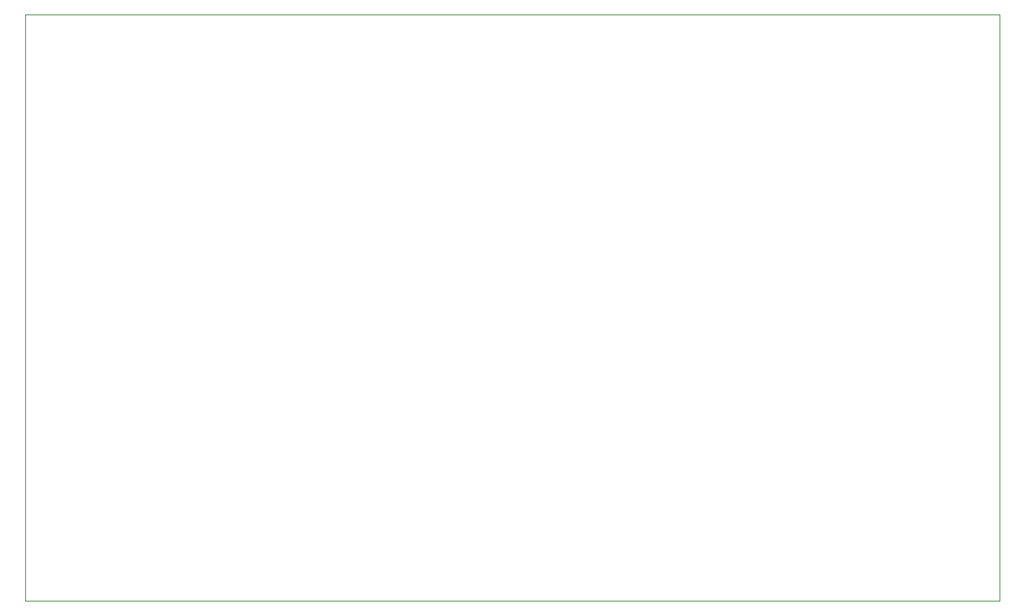
<source format=gbr>
%TF.GenerationSoftware,KiCad,Pcbnew,7.0.5*%
%TF.CreationDate,2024-03-02T19:22:20-05:00*%
%TF.ProjectId,moonratII,6d6f6f6e-7261-4744-9949-2e6b69636164,1.0*%
%TF.SameCoordinates,Original*%
%TF.FileFunction,Glue,Top*%
%TF.FilePolarity,Positive*%
%FSLAX46Y46*%
G04 Gerber Fmt 4.6, Leading zero omitted, Abs format (unit mm)*
G04 Created by KiCad (PCBNEW 7.0.5) date 2024-03-02 19:22:20*
%MOMM*%
%LPD*%
G01*
G04 APERTURE LIST*
%TA.AperFunction,Profile*%
%ADD10C,0.100000*%
%TD*%
G04 APERTURE END LIST*
D10*
X50000000Y-150000000D02*
X158000000Y-150000000D01*
X158000000Y-85000000D02*
X50000000Y-85000000D01*
X50000000Y-85000000D02*
X50000000Y-150000000D01*
X158000000Y-150000000D02*
X158000000Y-85000000D01*
M02*

</source>
